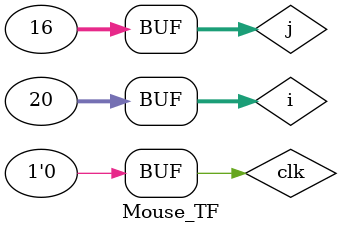
<source format=v>
`timescale 1ns / 1ps
module Mouse_TF;

	// Inputs
	reg clk;
	reg reset;
	reg ps2c;
	reg ps2d;
	integer i, j, k;
	reg [3:0] mem_d [16:0];
	reg [3:0] mem_c [16:0];
	// clock loop main
	initial begin
		clk = 1'b0;
		#50;
		for (i = 0; i < 20; i = i + 1)
			begin
				clk = ~clk;
				#50;
			end
	end
	
	initial begin
		ps2c = mec_c[0];
		#50;
		for (j = 0; j < 16; j = j + 1)
			begin
			   mem[j] = j;
				ps2c = mem_c[j];
				#50;
			end
	end
	
	initial begin
		ps2c = mec_c[1];
		#50;
		ps2c = mec_c[0];
		#75;
		for (j = 0; j < 16; j = j + 1)
			begin
			   mem[j] = j;
				ps2c = mem_c[j];
				#50;
			end
	end
	
endmodule


</source>
